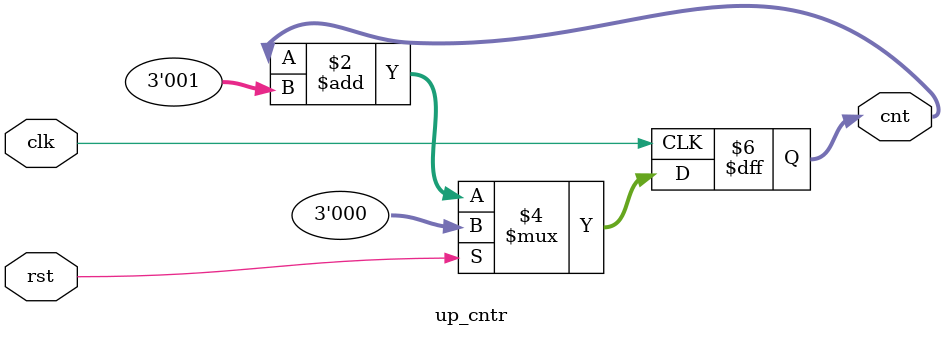
<source format=v>
`timescale 1ns / 1ps

module up_cntr(
    input rst,
    input clk,
    output reg [2:0] cnt
    );
    
    always@(posedge clk)
    begin
        if(rst)
            cnt <= 3'b000;
        else
            cnt <= cnt + 3'b001;    
        end
endmodule

</source>
